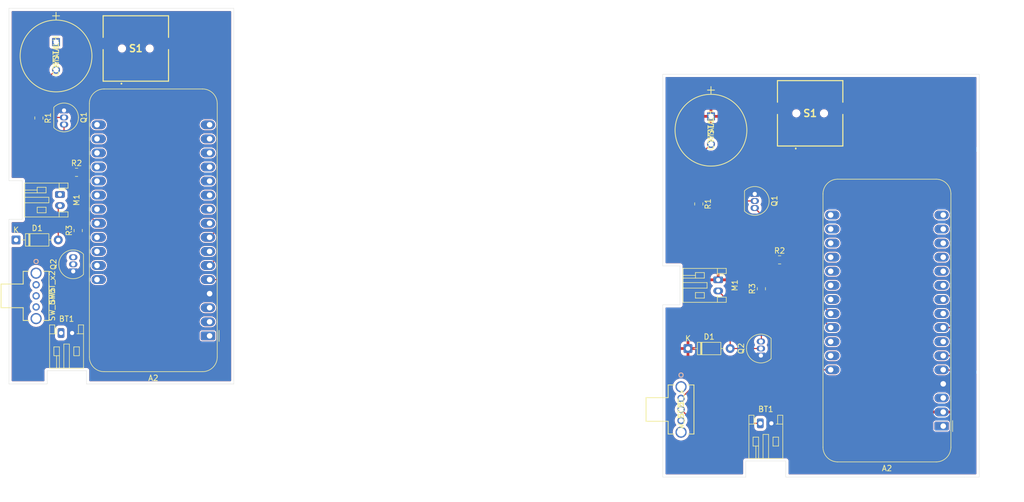
<source format=kicad_pcb>
(kicad_pcb (version 20241229) (generator "pcbnew") (generator_version "9.0")
  (layers (0 "F.Cu" signal) (2 "B.Cu" signal) (13 "F.Paste" user) (15 "B.Paste" user) (5 "F.SilkS" user "F.Silkscreen") (7 "B.SilkS" user "B.Silkscreen") (1 "F.Mask" user) (3 "B.Mask" user) (25 "Edge.Cuts" user))
  (net 0 "")
  (net 1 "LoRa_CS")
  (net 3 "Display_SDA")
  (net 4 "LoRa_RST")
  (net 5 "LoRa_IRQ")
  (net 9 "Display_SCL")
  (net 10 "Net-(A2-12)")
  (net 11 "LoRa_DIO1")
  (net 15 "Net-(A2-13)")
  (net 18 "Net-(A2-VBAT)")
  (net 20 "Net-(A2-A3)")
  (net 23 "Net-(A2-A1)")
  (net 25 "Net-(A2-A0)")
  (net 26 "+3V3")
  (net 27 "GND")
  (net 28 "LoRa_DIO2")
  (net 29 "Net-(BT1-+)")
  (net 30 "Net-(D1-A)")
  (net 31 "Net-(Q1-B)")
  (net 32 "Net-(Q1-C)")
  (net 33 "Net-(Q2-B)")
  (footprint "Package_TO_SOT_THT:TO-92_Inline" (layer "F.Cu") (at 215.21 108.97 90)
    (property "Reference" "Q2" (at 1.27 -3.56 90) (layer "F.SilkS"))
    (property "Value" "2SC1815")
    (fp_line (start -0.53 1.85) (end 3.07 1.85) (stroke (width 0.12)) (layer "F.SilkS"))
    (fp_arc (start 1.27 -2.6) (mid 3.672087 -0.994977) (end 3.108478 1.838478) (stroke (width 0.12)) (layer "F.SilkS"))
    (fp_arc (start -0.568478 1.838478) (mid -1.132087 -0.994977) (end 1.27 -2.6) (stroke (width 0.12)) (layer "F.SilkS"))
    (pad "1" thru_hole rect (at 0 0 90) (size 1.05 1.5) (drill 0.75) (layers "*.Cu" "*.Mask") (net 27 "GND"))
    (pad "2" thru_hole oval (at 1.27 0 90) (size 1.05 1.5) (drill 0.75) (layers "*.Cu" "*.Mask") (net 30 "Net-(D1-A)"))
    (pad "3" thru_hole oval (at 2.54 0 90) (size 1.05 1.5) (drill 0.75) (layers "*.Cu" "*.Mask") (net 33 "Net-(Q2-B)"))
  )
  (footprint "SenseMate_sw_fp:COM08184" (layer "F.Cu") (at 102.4 53.55)
    (property "Reference" "S1" (at 0 0 0) (layer "F.SilkS") (effects (font (size 1.27 1.27) (thickness 0.254))))
    (property "Value" "COM-08184" (hide yes))
    (fp_line (start -5.9 -5.9) (end 5.9 -5.9) (stroke (width 0.2)) (layer "F.SilkS"))
    (fp_line (start -5.9 -2) (end -5.9 -5.9) (stroke (width 0.2)) (layer "F.SilkS"))
    (fp_line (start -5.9 5.9) (end -5.9 0.2) (stroke (width 0.2)) (layer "F.SilkS"))
    (fp_line (start -2.6 6.3) (end -2.6 6.3) (stroke (width 0.2)) (layer "F.SilkS"))
    (fp_line (start -2.6 6.4) (end -2.6 6.4) (stroke (width 0.2)) (layer "F.SilkS"))
    (fp_line (start -2.6 6.4) (end -2.6 6.4) (stroke (width 0.2)) (layer "F.SilkS"))
    (fp_line (start 5.9 -5.9) (end 5.9 -2) (stroke (width 0.2)) (layer "F.SilkS"))
    (fp_line (start 5.9 0.2) (end 5.9 5.9) (stroke (width 0.2)) (layer "F.SilkS"))
    (fp_line (start 5.9 5.9) (end -5.9 5.9) (stroke (width 0.2)) (layer "F.SilkS"))
    (fp_arc (start -2.6 6.3) (mid -2.55 6.35) (end -2.6 6.4) (stroke (width 0.2)) (layer "F.SilkS"))
    (fp_arc (start -2.6 6.3) (mid -2.55 6.35) (end -2.6 6.4) (stroke (width 0.2)) (layer "F.SilkS"))
    (fp_arc (start -2.6 6.4) (mid -2.65 6.35) (end -2.6 6.3) (stroke (width 0.2)) (layer "F.SilkS"))
    (pad "" np_thru_hole circle (at -2.5 0) (size 1 1) (drill 1) (layers "*.Cu" "*.Mask"))
    (pad "" np_thru_hole circle (at 2.5 0) (size 1 1) (drill 1) (layers "*.Cu" "*.Mask"))
    (pad "1" smd rect (at -2.525 4.2 90) (size 2.6 1.95) (layers "F.Cu" "F.Mask" "F.Paste") (net 20 "Net-(A2-A3)"))
    (pad "2" smd rect (at 2.5 4.2 90) (size 2.6 1.9) (layers "F.Cu" "F.Mask" "F.Paste") (net 25 "Net-(A2-A0)"))
    (pad "MP1" smd rect (at -5.8 -0.85 90) (size 1.7 2.4) (layers "F.Cu" "F.Mask" "F.Paste") (net 27 "GND"))
    (pad "MP2" smd rect (at 5.8 -0.85 90) (size 1.7 2.4) (layers "F.Cu" "F.Mask" "F.Paste"))
    (pad "T1" smd rect (at 0 4.2 90) (size 2.6 1.9) (layers "F.Cu" "F.Mask" "F.Paste") (net 23 "Net-(A2-A1)"))
  )
  (footprint "Connector_JST:JST_PH_S2B-PH-K_1x02_P2.00mm_Horizontal" (layer "F.Cu") (at 207.5 95.3 -90)
    (property "Reference" "M1" (at 1 -3 90) (layer "F.SilkS"))
    (property "Value" "Motor_DC")
    (fp_line (start -2.06 6.36) (end 4.06 6.36) (stroke (width 0.12)) (layer "F.SilkS"))
    (fp_line (start 0.5 6.36) (end 0.5 2) (stroke (width 0.12)) (layer "F.SilkS"))
    (fp_line (start 4.06 6.36) (end 4.06 -1.46) (stroke (width 0.12)) (layer "F.SilkS"))
    (fp_line (start -1.3 4.1) (end -0.3 4.1) (stroke (width 0.12)) (layer "F.SilkS"))
    (fp_line (start -0.8 4.1) (end -0.8 6.36) (stroke (width 0.12)) (layer "F.SilkS"))
    (fp_line (start -0.3 4.1) (end -0.3 6.36) (stroke (width 0.12)) (layer "F.SilkS"))
    (fp_line (start -0.3 4.1) (end -0.3 2.5) (stroke (width 0.12)) (layer "F.SilkS"))
    (fp_line (start 2.3 4.1) (end 2.3 2.5) (stroke (width 0.12)) (layer "F.SilkS"))
    (fp_line (start 3.3 4.1) (end 2.3 4.1) (stroke (width 0.12)) (layer "F.SilkS"))
    (fp_line (start -1.3 2.5) (end -1.3 4.1) (stroke (width 0.12)) (layer "F.SilkS"))
    (fp_line (start -0.3 2.5) (end -1.3 2.5) (stroke (width 0.12)) (layer "F.SilkS"))
    (fp_line (start 2.3 2.5) (end 3.3 2.5) (stroke (width 0.12)) (layer "F.SilkS"))
    (fp_line (start 3.3 2.5) (end 3.3 4.1) (stroke (width 0.12)) (layer "F.SilkS"))
    (fp_line (start 0.5 2) (end 1.5 2) (stroke (width 0.12)) (layer "F.SilkS"))
    (fp_line (start 1.5 2) (end 1.5 6.36) (stroke (width 0.12)) (layer "F.SilkS"))
    (fp_line (start -2.06 0.14) (end -1.14 0.14) (stroke (width 0.12)) (layer "F.SilkS"))
    (fp_line (start -1.14 0.14) (end -1.14 -1.46) (stroke (width 0.12)) (layer "F.SilkS"))
    (fp_line (start -0.86 0.14) (end -1.14 0.14) (stroke (width 0.12)) (layer "F.SilkS"))
    (fp_line (start -0.86 0.14) (end -0.86 -1.075) (stroke (width 0.12)) (layer "F.SilkS"))
    (fp_line (start 3.14 0.14) (end 2.86 0.14) (stroke (width 0.12)) (layer "F.SilkS"))
    (fp_line (start 4.06 0.14) (end 3.14 0.14) (stroke (width 0.12)) (layer "F.SilkS"))
    (fp_line (start -2.06 -1.46) (end -2.06 6.36) (stroke (width 0.12)) (layer "F.SilkS"))
    (fp_line (start -1.14 -1.46) (end -2.06 -1.46) (stroke (width 0.12)) (layer "F.SilkS"))
    (fp_line (start 3.14 -1.46) (end 3.14 0.14) (stroke (width 0.12)) (layer "F.SilkS"))
    (fp_line (start 4.06 -1.46) (end 3.14 -1.46) (stroke (width 0.12)) (layer "F.SilkS"))
    (pad "1" thru_hole roundrect (at 0 0 270) (size 1.2 1.75) (drill 0.75) (layers "*.Cu" "*.Mask") (roundrect_rratio 0.208333) (net 26 "+3V3"))
    (pad "2" thru_hole oval (at 2 0 270) (size 1.2 1.75) (drill 0.75) (layers "*.Cu" "*.Mask") (net 30 "Net-(D1-A)"))
  )
  (footprint "Resistor_SMD:R_0805_2012Metric" (layer "F.Cu") (at 92 86.4125 90)
    (property "Reference" "R3" (at 0 -1.65 90) (layer "F.SilkS"))
    (property "Value" "R")
    (fp_line (start -0.227064 -0.735) (end 0.227064 -0.735) (stroke (width 0.12)) (layer "F.SilkS"))
    (fp_line (start -0.227064 0.735) (end 0.227064 0.735) (stroke (width 0.12)) (layer "F.SilkS"))
    (pad "1" smd roundrect (at -0.9125 0 90) (size 1.025 1.4) (layers "F.Cu" "F.Mask" "F.Paste") (roundrect_rratio 0.243902) (net 33 "Net-(Q2-B)"))
    (pad "2" smd roundrect (at 0.9125 0 90) (size 1.025 1.4) (layers "F.Cu" "F.Mask" "F.Paste") (roundrect_rratio 0.243902) (net 15 "Net-(A2-13)"))
  )
  (footprint "Diode_THT:D_DO-35_SOD27_P7.62mm_Horizontal" (layer "F.Cu") (at 80.78 88.1)
    (property "Reference" "D1" (at 3.82 -2.12 0) (layer "F.SilkS"))
    (property "Value" "1N4148")
    (fp_line (start 1.04 0) (end 1.69 0) (stroke (width 0.12)) (layer "F.SilkS"))
    (fp_line (start 2.29 -1.12) (end 2.29 1.12) (stroke (width 0.12)) (layer "F.SilkS"))
    (fp_line (start 2.41 -1.12) (end 2.41 1.12) (stroke (width 0.12)) (layer "F.SilkS"))
    (fp_line (start 2.53 -1.12) (end 2.53 1.12) (stroke (width 0.12)) (layer "F.SilkS"))
    (fp_line (start 6.58 0) (end 5.93 0) (stroke (width 0.12)) (layer "F.SilkS"))
    (fp_rect (start 1.69 -1.12) (end 5.93 1.12) (stroke (width 0.12)) (fill no) (layer "F.SilkS"))
    (fp_text user "K" (at 0.01 -1.8 0) (layer "F.SilkS"))
    (pad "1" thru_hole roundrect (at 0 0) (size 1.6 1.6) (drill 0.8) (layers "*.Cu" "*.Mask") (roundrect_rratio 0.15625) (net 26 "+3V3"))
    (pad "2" thru_hole circle (at 7.62 0) (size 1.6 1.6) (drill 0.8) (layers "*.Cu" "*.Mask") (net 30 "Net-(D1-A)"))
  )
  (footprint "Connector_JST:JST_PH_S2B-PH-K_1x02_P2.00mm_Horizontal" (layer "F.Cu") (at 215.1 121.2)
    (property "Reference" "BT1" (at 1 -2.55 0) (layer "F.SilkS"))
    (property "Value" "Battery")
    (fp_line (start -2.06 -1.46) (end -2.06 6.36) (stroke (width 0.12)) (layer "F.SilkS"))
    (fp_line (start -2.06 0.14) (end -1.14 0.14) (stroke (width 0.12)) (layer "F.SilkS"))
    (fp_line (start -2.06 6.36) (end 4.06 6.36) (stroke (width 0.12)) (layer "F.SilkS"))
    (fp_line (start -1.3 2.5) (end -1.3 4.1) (stroke (width 0.12)) (layer "F.SilkS"))
    (fp_line (start -1.3 4.1) (end -0.3 4.1) (stroke (width 0.12)) (layer "F.SilkS"))
    (fp_line (start -1.14 -1.46) (end -2.06 -1.46) (stroke (width 0.12)) (layer "F.SilkS"))
    (fp_line (start -1.14 0.14) (end -1.14 -1.46) (stroke (width 0.12)) (layer "F.SilkS"))
    (fp_line (start -0.86 0.14) (end -1.14 0.14) (stroke (width 0.12)) (layer "F.SilkS"))
    (fp_line (start -0.86 0.14) (end -0.86 -1.075) (stroke (width 0.12)) (layer "F.SilkS"))
    (fp_line (start -0.8 4.1) (end -0.8 6.36) (stroke (width 0.12)) (layer "F.SilkS"))
    (fp_line (start -0.3 2.5) (end -1.3 2.5) (stroke (width 0.12)) (layer "F.SilkS"))
    (fp_line (start -0.3 4.1) (end -0.3 2.5) (stroke (width 0.12)) (layer "F.SilkS"))
    (fp_line (start -0.3 4.1) (end -0.3 6.36) (stroke (width 0.12)) (layer "F.SilkS"))
    (fp_line (start 0.5 2) (end 1.5 2) (stroke (width 0.12)) (layer "F.SilkS"))
    (fp_line (start 0.5 6.36) (end 0.5 2) (stroke (width 0.12)) (layer "F.SilkS"))
    (fp_line (start 1.5 2) (end 1.5 6.36) (stroke (width 0.12)) (layer "F.SilkS"))
    (fp_line (start 2.3 2.5) (end 3.3 2.5) (stroke (width 0.12)) (layer "F.SilkS"))
    (fp_line (start 2.3 4.1) (end 2.3 2.5) (stroke (width 0.12)) (layer "F.SilkS"))
    (fp_line (start 3.14 -1.46) (end 3.14 0.14) (stroke (width 0.12)) (layer "F.SilkS"))
    (fp_line (start 3.14 0.14) (end 2.86 0.14) (stroke (width 0.12)) (layer "F.SilkS"))
    (fp_line (start 3.3 2.5) (end 3.3 4.1) (stroke (width 0.12)) (layer "F.SilkS"))
    (fp_line (start 3.3 4.1) (end 2.3 4.1) (stroke (width 0.12)) (layer "F.SilkS"))
    (fp_line (start 4.06 -1.46) (end 3.14 -1.46) (stroke (width 0.12)) (layer "F.SilkS"))
    (fp_line (start 4.06 0.14) (end 3.14 0.14) (stroke (width 0.12)) (layer "F.SilkS"))
    (fp_line (start 4.06 6.36) (end 4.06 -1.46) (stroke (width 0.12)) (layer "F.SilkS"))
    (pad "1" thru_hole roundrect (at 0 0) (size 1.2 1.75) (drill 0.75) (layers "*.Cu" "*.Mask") (roundrect_rratio 0.208333) (net 29 "Net-(BT1-+)"))
    (pad "2" thru_hole oval (at 2 0) (size 1.2 1.75) (drill 0.75) (layers "*.Cu" "*.Mask") (net 27 "GND"))
  )
  (footprint "SenseMate_Pwr_Button_:OS102011MA1QN1" (layer "F.Cu") (at 84.4 96.199999 -90)
    (property "Reference" "SW5" (at 1.982999 -2.8961 90) (layer "F.SilkS"))
    (property "Value" "SW_DPDT_x2" (at 1.982999 -2.8961 90) (layer "F.SilkS"))
    (fp_line (start -0.1336 6.3119) (end 4.1336 6.3119) (stroke (width 0.1524)) (layer "F.SilkS"))
    (fp_line (start 4.1336 6.3119) (end 4.1336 2.3241) (stroke (width 0.1524)) (layer "F.SilkS"))
    (fp_line (start -2.4323 2.3241) (end -0.1336 2.3241) (stroke (width 0.1524)) (layer "F.SilkS"))
    (fp_line (start -0.1336 2.3241) (end -0.1336 6.3119) (stroke (width 0.1524)) (layer "F.SilkS"))
    (fp_line (start 4.1336 2.3241) (end 6.4323 2.3241) (stroke (width 0.1524)) (layer "F.SilkS"))
    (fp_line (start 6.4323 2.3241) (end 6.4323 1.294055) (stroke (width 0.1524)) (layer "F.SilkS"))
    (fp_line (start -2.4323 1.294055) (end -2.4323 2.3241) (stroke (width 0.1524)) (layer "F.SilkS"))
    (fp_line (start 6.4323 -1.294055) (end 6.4323 -2.3241) (stroke (width 0.1524)) (layer "F.SilkS"))
    (fp_line (start -2.4323 -2.3241) (end -2.4323 -1.294055) (stroke (width 0.1524)) (layer "F.SilkS"))
    (fp_line (start 6.4323 -2.3241) (end -2.4323 -2.3241) (stroke (width 0.1524)) (layer "F.SilkS"))
    (fp_circle (center -4.2103 0) (end -3.8293 0) (stroke (width 0.1524)) (fill no) (layer "F.SilkS"))
    (fp_circle (center -4.2103 0) (end -3.8293 0) (stroke (width 0.1524)) (fill no) (layer "B.SilkS"))
    (pad "1" thru_hole circle (at 0 0 270) (size 1.3208 1.3208) (drill 0.8128) (layers "*.Cu" "*.Mask") (net 18 "Net-(A2-VBAT)"))
    (pad "2" thru_hole circle (at 2 0 270) (size 1.3208 1.3208) (drill 0.8128) (layers "*.Cu" "*.Mask") (net 29 "Net-(BT1-+)"))
    (pad "3" thru_hole circle (at 4.000001 0 270) (size 1.3208 1.3208) (drill 0.8128) (layers "*.Cu" "*.Mask"))
    (pad "4" thru_hole circle (at -2.099999 0 270) (size 2.0066 2.0066) (drill 1.4986) (layers "*.Cu" "*.Mask"))
    (pad "5" thru_hole circle (at 6.099999 0 270) (size 2.0066 2.0066) (drill 1.4986) (layers "*.Cu" "*.Mask"))
  )
  (footprint "Resistor_SMD:R_0805_2012Metric" (layer "F.Cu") (at 84.9 66.1 -90)
    (property "Reference" "R1" (at 0 -1.65 90) (layer "F.SilkS"))
    (property "Value" "R")
    (fp_line (start -0.227064 0.735) (end 0.227064 0.735) (stroke (width 0.12)) (layer "F.SilkS"))
    (fp_line (start -0.227064 -0.735) (end 0.227064 -0.735) (stroke (width 0.12)) (layer "F.SilkS"))
    (pad "1" smd roundrect (at -0.9125 0 270) (size 1.025 1.4) (layers "F.Cu" "F.Mask" "F.Paste") (roundrect_rratio 0.243902) (net 32 "Net-(Q1-C)"))
    (pad "2" smd roundrect (at 0.9125 0 270) (size 1.025 1.4) (layers "F.Cu" "F.Mask" "F.Paste") (roundrect_rratio 0.243902) (net 26 "+3V3"))
  )
  (footprint "SenseMate_sw_fp:COM08184" (layer "F.Cu") (at 224.1 65.25)
    (property "Reference" "S1" (at 0 0 0) (layer "F.SilkS") (effects (font (size 1.27 1.27) (thickness 0.254))))
    (property "Value" "COM-08184" (hide yes))
    (fp_line (start -5.9 -5.9) (end 5.9 -5.9) (stroke (width 0.2)) (layer "F.SilkS"))
    (fp_line (start -5.9 -2) (end -5.9 -5.9) (stroke (width 0.2)) (layer "F.SilkS"))
    (fp_line (start -5.9 5.9) (end -5.9 0.2) (stroke (width 0.2)) (layer "F.SilkS"))
    (fp_line (start -2.6 6.3) (end -2.6 6.3) (stroke (width 0.2)) (layer "F.SilkS"))
    (fp_line (start -2.6 6.4) (end -2.6 6.4) (stroke (width 0.2)) (layer "F.SilkS"))
    (fp_line (start -2.6 6.4) (end -2.6 6.4) (stroke (width 0.2)) (layer "F.SilkS"))
    (fp_line (start 5.9 -5.9) (end 5.9 -2) (stroke (width 0.2)) (layer "F.SilkS"))
    (fp_line (start 5.9 0.2) (end 5.9 5.9) (stroke (width 0.2)) (layer "F.SilkS"))
    (fp_line (start 5.9 5.9) (end -5.9 5.9) (stroke (width 0.2)) (layer "F.SilkS"))
    (fp_arc (start -2.6 6.3) (mid -2.55 6.35) (end -2.6 6.4) (stroke (width 0.2)) (layer "F.SilkS"))
    (fp_arc (start -2.6 6.3) (mid -2.55 6.35) (end -2.6 6.4) (stroke (width 0.2)) (layer "F.SilkS"))
    (fp_arc (start -2.6 6.4) (mid -2.65 6.35) (end -2.6 6.3) (stroke (width 0.2)) (layer "F.SilkS"))
    (pad "" np_thru_hole circle (at -2.5 0) (size 1 1) (drill 1) (layers "*.Cu" "*.Mask"))
    (pad "" np_thru_hole circle (at 2.5 0) (size 1 1) (drill 1) (layers "*.Cu" "*.Mask"))
    (pad "1" smd rect (at -2.525 4.2 90) (size 2.6 1.95) (layers "F.Cu" "F.Mask" "F.Paste") (net 20 "Net-(A2-A3)"))
    (pad "2" smd rect (at 2.5 4.2 90) (size 2.6 1.9) (layers "F.Cu" "F.Mask" "F.Paste") (net 25 "Net-(A2-A0)"))
    (pad "MP1" smd rect (at -5.8 -0.85 90) (size 1.7 2.4) (layers "F.Cu" "F.Mask" "F.Paste") (net 27 "GND"))
    (pad "MP2" smd rect (at 5.8 -0.85 90) (size 1.7 2.4) (layers "F.Cu" "F.Mask" "F.Paste"))
    (pad "T1" smd rect (at 0 4.2 90) (size 2.6 1.9) (layers "F.Cu" "F.Mask" "F.Paste") (net 23 "Net-(A2-A1)"))
  )
  (footprint "SenseMateLibrary:Adafruit_Feather_Sense" (layer "F.Cu") (at 248.12 121.7 180)
    (property "Reference" "A2" (at 10.16 -7.62 0) (layer "F.SilkS"))
    (property "Value" "Adafruit_Feather_Generic")
    (fp_line (start 21.7 -3.81) (end 21.7 41.91) (stroke (width 0.12)) (layer "F.SilkS"))
    (fp_line (start 19.05 44.56) (end 1.27 44.56) (stroke (width 0.12)) (layer "F.SilkS"))
    (fp_line (start 19.05 -6.46) (end 1.27 -6.46) (stroke (width 0.12)) (layer "F.SilkS"))
    (fp_line (start -1.38 -3.81) (end -1.38 41.91) (stroke (width 0.12)) (layer "F.SilkS"))
    (fp_line (start -1.7 1) (end -1.7 -1) (stroke (width 0.12)) (layer "F.SilkS"))
    (fp_arc (start 21.7 41.91) (mid 20.923833 43.783833) (end 19.05 44.56) (stroke (width 0.12)) (layer "F.SilkS"))
    (fp_arc (start 19.05 -6.46) (mid 20.923833 -5.683833) (end 21.7 -3.81) (stroke (width 0.12)) (layer "F.SilkS"))
    (fp_arc (start 1.27 44.56) (mid -0.603833 43.783833) (end -1.38 41.91) (stroke (width 0.12)) (layer "F.SilkS"))
    (fp_arc (start -1.38 -3.81) (mid -0.603833 -5.683833) (end 1.27 -6.46) (stroke (width 0.12)) (layer "F.SilkS"))
    (pad "1" thru_hole roundrect (at 0 0 180) (size 2.6 1.6) (drill 1 (offset 0.3 0)) (layers "*.Cu" "*.Mask") (roundrect_rratio 0.15625))
    (pad "2" thru_hole oval (at 0 2.54 180) (size 2.6 1.6) (drill 1 (offset 0.3 0)) (layers "*.Cu" "*.Mask") (net 26 "+3V3"))
    (pad "3" thru_hole oval (at 0 5.08 180) (size 2.6 1.6) (drill 1 (offset 0.3 0)) (layers "*.Cu" "*.Mask"))
    (pad "4" thru_hole oval (at 0 7.62 180) (size 2.6 1.6) (drill 1 (offset 0.3 0)) (layers "*.Cu" "*.Mask") (net 27 "GND"))
    (pad "5" thru_hole oval (at 0 10.16 180) (size 2.6 1.6) (drill 1 (offset 0.3 0)) (layers "*.Cu" "*.Mask") (net 25 "Net-(A2-A0)"))
    (pad "6" thru_hole oval (at 0 12.7 180) (size 2.6 1.6) (drill 1 (offset 0.3 0)) (layers "*.Cu" "*.Mask") (net 23 "Net-(A2-A1)"))
    (pad "7" thru_hole oval (at 0 15.24 180) (size 2.6 1.6) (drill 1 (offset 0.3 0)) (layers "*.Cu" "*.Mask"))
    (pad "8" thru_hole oval (at 0 17.78 180) (size 2.6 1.6) (drill 1 (offset 0.3 0)) (layers "*.Cu" "*.Mask") (net 20 "Net-(A2-A3)"))
    (pad "9" thru_hole oval (at 0 20.32 180) (size 2.6 1.6) (drill 1 (offset 0.3 0)) (layers "*.Cu" "*.Mask"))
    (pad "10" thru_hole oval (at 0 22.86 180) (size 2.6 1.6) (drill 1 (offset 0.3 0)) (layers "*.Cu" "*.Mask"))
    (pad "11" thru_hole oval (at 0 25.4 180) (size 2.6 1.6) (drill 1 (offset 0.3 0)) (layers "*.Cu" "*.Mask"))
    (pad "12" thru_hole oval (at 0 27.94 180) (size 2.6 1.6) (drill 1 (offset 0.3 0)) (layers "*.Cu" "*.Mask"))
    (pad "13" thru_hole oval (at 0 30.48 180) (size 2.6 1.6) (drill 1 (offset 0.3 0)) (layers "*.Cu" "*.Mask"))
    (pad "14" thru_hole oval (at 0 33.02 180) (size 2.6 1.6) (drill 1 (offset 0.3 0)) (layers "*.Cu" "*.Mask"))
    (pad "15" thru_hole oval (at 0 35.56 180) (size 2.6 1.6) (drill 1 (offset 0.3 0)) (layers "*.Cu" "*.Mask"))
    (pad "16" thru_hole oval (at 0 38.1 180) (size 2.6 1.6) (drill 1 (offset 0.3 0)) (layers "*.Cu" "*.Mask"))
    (pad "17" thru_hole oval (at 20.32 38.1) (size 2.6 1.6) (drill 1 (offset 0.3 0)) (layers "*.Cu" "*.Mask") (net 3 "Display_SDA"))
    (pad "18" thru_hole oval (at 20.32 35.56) (size 2.6 1.6) (drill 1 (offset 0.3 0)) (layers "*.Cu" "*.Mask") (net 9 "Display_SCL"))
    (pad "19" thru_hole oval (at 20.32 33.02) (size 2.6 1.6) (drill 1 (offset 0.3 0)) (layers "*.Cu" "*.Mask") (net 11 "LoRa_DIO1"))
    (pad "20" thru_hole oval (at 20.32 30.48) (size 2.6 1.6) (drill 1 (offset 0.3 0)) (layers "*.Cu" "*.Mask") (net 28 "LoRa_DIO2"))
    (pad "21" thru_hole oval (at 20.32 27.94) (size 2.6 1.6) (drill 1 (offset 0.3 0)) (layers "*.Cu" "*.Mask") (net 4 "LoRa_RST"))
    (pad "22" thru_hole oval (at 20.32 25.4) (size 2.6 1.6) (drill 1 (offset 0.3 0)) (layers "*.Cu" "*.Mask") (net 1 "LoRa_CS"))
    (pad "23" thru_hole oval (at 20.32 22.86) (size 2.6 1.6) (drill 1 (offset 0.3 0)) (layers "*.Cu" "*.Mask") (net 5 "LoRa_IRQ"))
    (pad "24" thru_hole oval (at 20.32 20.32) (size 2.6 1.6) (drill 1 (offset 0.3 0)) (layers "*.Cu" "*.Mask") (net 10 "Net-(A2-12)"))
    (pad "25" thru_hole oval (at 20.32 17.78) (size 2.6 1.6) (drill 1 (offset 0.3 0)) (layers "*.Cu" "*.Mask") (net 15 "Net-(A2-13)"))
    (pad "26" thru_hole oval (at 20.32 15.24) (size 2.6 1.6) (drill 1 (offset 0.3 0)) (layers "*.Cu" "*.Mask"))
    (pad "27" thru_hole oval (at 20.32 12.7) (size 2.6 1.6) (drill 1 (offset 0.3 0)) (layers "*.Cu" "*.Mask"))
    (pad "28" thru_hole oval (at 20.32 10.16) (size 2.6 1.6) (drill 1 (offset 0.3 0)) (layers "*.Cu" "*.Mask") (net 18 "Net-(A2-VBAT)"))
  )
  (footprint "SenseMateLibrary:Adafruit_Feather_Sense" (layer "F.Cu") (at 115.7139 105.417001 180)
    (property "Reference" "A2" (at 10.16 -7.62 0) (layer "F.SilkS"))
    (property "Value" "Adafruit_Feather_Generic")
    (fp_line (start 21.7 -3.81) (end 21.7 41.91) (stroke (width 0.12)) (layer "F.SilkS"))
    (fp_line (start 19.05 44.56) (end 1.27 44.56) (stroke (width 0.12)) (layer "F.SilkS"))
    (fp_line (start 19.05 -6.46) (end 1.27 -6.46) (stroke (width 0.12)) (layer "F.SilkS"))
    (fp_line (start -1.38 -3.81) (end -1.38 41.91) (stroke (width 0.12)) (layer "F.SilkS"))
    (fp_line (start -1.7 1) (end -1.7 -1) (stroke (width 0.12)) (layer "F.SilkS"))
    (fp_arc (start 21.7 41.91) (mid 20.923833 43.783833) (end 19.05 44.56) (stroke (width 0.12)) (layer "F.SilkS"))
    (fp_arc (start 19.05 -6.46) (mid 20.923833 -5.683833) (end 21.7 -3.81) (stroke (width 0.12)) (layer "F.SilkS"))
    (fp_arc (start 1.27 44.56) (mid -0.603833 43.783833) (end -1.38 41.91) (stroke (width 0.12)) (layer "F.SilkS"))
    (fp_arc (start -1.38 -3.81) (mid -0.603833 -5.683833) (end 1.27 -6.46) (stroke (width 0.12)) (layer "F.SilkS"))
    (pad "1" thru_hole roundrect (at 0 0 180) (size 2.6 1.6) (drill 1 (offset 0.3 0)) (layers "*.Cu" "*.Mask") (roundrect_rratio 0.15625))
    (pad "2" thru_hole oval (at 0 2.54 180) (size 2.6 1.6) (drill 1 (offset 0.3 0)) (layers "*.Cu" "*.Mask") (net 26 "+3V3"))
    (pad "3" thru_hole oval (at 0 5.08 180) (size 2.6 1.6) (drill 1 (offset 0.3 0)) (layers "*.Cu" "*.Mask"))
    (pad "4" thru_hole oval (at 0 7.62 180) (size 2.6 1.6) (drill 1 (offset 0.3 0)) (layers "*.Cu" "*.Mask") (net 27 "GND"))
    (pad "5" thru_hole oval (at 0 10.16 180) (size 2.6 1.6) (drill 1 (offset 0.3 0)) (layers "*.Cu" "*.Mask") (net 25 "Net-(A2-A0)"))
    (pad "6" thru_hole oval (at 0 12.7 180) (size 2.6 1.6) (drill 1 (offset 0.3 0)) (layers "*.Cu" "*.Mask") (net 23 "Net-(A2-A1)"))
    (pad "7" thru_hole oval (at 0 15.24 180) (size 2.6 1.6) (drill 1 (offset 0.3 0)) (layers "*.Cu" "*.Mask"))
    (pad "8" thru_hole oval (at 0 17.78 180) (size 2.6 1.6) (drill 1 (offset 0.3 0)) (layers "*.Cu" "*.Mask") (net 20 "Net-(A2-A3)"))
    (pad "9" thru_hole oval (at 0 20.32 180) (size 2.6 1.6) (drill 1 (offset 0.3 0)) (layers "*.Cu" "*.Mask"))
    (pad "10" thru_hole oval (at 0 22.86 180) (size 2.6 1.6) (drill 1 (offset 0.3 0)) (layers "*.Cu" "*.Mask"))
    (pad "11" thru_hole oval (at 0 25.4 180) (size 2.6 1.6) (drill 1 (offset 0.3 0)) (layers "*.Cu" "*.Mask"))
    (pad "12" thru_hole oval (at 0 27.94 180) (size 2.6 1.6) (drill 1 (offset 0.3 0)) (layers "*.Cu" "*.Mask"))
    (pad "13" thru_hole oval (at 0 30.48 180) (size 2.6 1.6) (drill 1 (offset 0.3 0)) (layers "*.Cu" "*.Mask"))
    (pad "14" thru_hole oval (at 0 33.02 180) (size 2.6 1.6) (drill 1 (offset 0.3 0)) (layers "*.Cu" "*.Mask"))
    (pad "15" thru_hole oval (at 0 35.56 180) (size 2.6 1.6) (drill 1 (offset 0.3 0)) (layers "*.Cu" "*.Mask"))
    (pad "16" thru_hole oval (at 0 38.1 180) (size 2.6 1.6) (drill 1 (offset 0.3 0)) (layers "*.Cu" "*.Mask"))
    (pad "17" thru_hole oval (at 20.32 38.1) (size 2.6 1.6) (drill 1 (offset 0.3 0)) (layers "*.Cu" "*.Mask") (net 3 "Display_SDA"))
    (pad "18" thru_hole oval (at 20.32 35.56) (size 2.6 1.6) (drill 1 (offset 0.3 0)) (layers "*.Cu" "*.Mask") (net 9 "Display_SCL"))
    (pad "19" thru_hole oval (at 20.32 33.02) (size 2.6 1.6) (drill 1 (offset 0.3 0)) (layers "*.Cu" "*.Mask") (net 11 "LoRa_DIO1"))
    (pad "20" thru_hole oval (at 20.32 30.48) (size 2.6 1.6) (drill 1 (offset 0.3 0)) (layers "*.Cu" "*.Mask") (net 28 "LoRa_DIO2"))
    (pad "21" thru_hole oval (at 20.32 27.94) (size 2.6 1.6) (drill 1 (offset 0.3 0)) (layers "*.Cu" "*.Mask") (net 4 "LoRa_RST"))
    (pad "22" thru_hole oval (at 20.32 25.4) (size 2.6 1.6) (drill 1 (offset 0.3 0)) (layers "*.Cu" "*.Mask") (net 1 "LoRa_CS"))
    (pad "23" thru_hole oval (at 20.32 22.86) (size 2.6 1.6) (drill 1 (offset 0.3 0)) (layers "*.Cu" "*.Mask") (net 5 "LoRa_IRQ"))
    (pad "24" thru_hole oval (at 20.32 20.32) (size 2.6 1.6) (drill 1 (offset 0.3 0)) (layers "*.Cu" "*.Mask") (net 10 "Net-(A2-12)"))
    (pad "25" thru_hole oval (at 20.32 17.78) (size 2.6 1.6) (drill 1 (offset 0.3 0)) (layers "*.Cu" "*.Mask") (net 15 "Net-(A2-13)"))
    (pad "26" thru_hole oval (at 20.32 15.24) (size 2.6 1.6) (drill 1 (offset 0.3 0)) (layers "*.Cu" "*.Mask"))
    (pad "27" thru_hole oval (at 20.32 12.7) (size 2.6 1.6) (drill 1 (offset 0.3 0)) (layers "*.Cu" "*.Mask"))
    (pad "28" thru_hole oval (at 20.32 10.16) (size 2.6 1.6) (drill 1 (offset 0.3 0)) (layers "*.Cu" "*.Mask") (net 18 "Net-(A2-VBAT)"))
  )
  (footprint "SenseMate_sound:PS1240P02BT" (layer "F.Cu") (at 206.2 65.8 -90)
    (property "Reference" "XTAL1" (at 2.5 0 90) (layer "F.SilkS"))
    (property "Value" "CRYSTALH" (at 2.5 0 90) (layer "F.SilkS"))
    (fp_line (start -5.374 0) (end -4.104 0) (stroke (width 0.1524)) (layer "F.SilkS"))
    (fp_line (start -4.739 -0.635) (end -4.739 0.635) (stroke (width 0.1524)) (layer "F.SilkS"))
    (fp_circle (center 2.5 0) (end 8.977 0) (stroke (width 0.1524)) (fill no) (layer "F.SilkS"))
    (pad "1" thru_hole rect (at 0 0 270) (size 1.4224 1.4224) (drill 0.9144) (layers "*.Cu" "*.Mask") (net 26 "+3V3"))
    (pad "2" thru_hole circle (at 5 0 270) (size 1.4224 1.4224) (drill 0.9144) (layers "*.Cu" "*.Mask") (net 32 "Net-(Q1-C)"))
  )
  (footprint "Connector_JST:JST_PH_S2B-PH-K_1x02_P2.00mm_Horizontal" (layer "F.Cu") (at 88.9 104.9)
    (property "Reference" "BT1" (at 1 -2.55 0) (layer "F.SilkS"))
    (property "Value" "Battery")
    (fp_line (start -2.06 -1.46) (end -2.06 6.36) (stroke (width 0.12)) (layer "F.SilkS"))
    (fp_line (start -2.06 0.14) (end -1.14 0.14) (stroke (width 0.12)) (layer "F.SilkS"))
    (fp_line (start -2.06 6.36) (end 4.06 6.36) (stroke (width 0.12)) (layer "F.SilkS"))
    (fp_line (start -1.3 2.5) (end -1.3 4.1) (stroke (width 0.12)) (layer "F.SilkS"))
    (fp_line (start -1.3 4.1) (end -0.3 4.1) (stroke (width 0.12)) (layer "F.SilkS"))
    (fp_line (start -1.14 -1.46) (end -2.06 -1.46) (stroke (width 0.12)) (layer "F.SilkS"))
    (fp_line (start -1.14 0.14) (end -1.14 -1.46) (stroke (width 0.12)) (layer "F.SilkS"))
    (fp_line (start -0.86 0.14) (end -1.14 0.14) (stroke (width 0.12)) (layer "F.SilkS"))
    (fp_line (start -0.86 0.14) (end -0.86 -1.075) (stroke (width 0.12)) (layer "F.SilkS"))
    (fp_line (start -0.8 4.1) (end -0.8 6.36) (stroke (width 0.12)) (layer "F.SilkS"))
    (fp_line (start -0.3 2.5) (end -1.3 2.5) (stroke (width 0.12)) (layer "F.SilkS"))
    (fp_line (start -0.3 4.1) (end -0.3 2.5) (stroke (width 0.12)) (layer "F.SilkS"))
    (fp_line (start -0.3 4.1) (end -0.3 6.36) (stroke (width 0.12)) (layer "F.SilkS"))
    (fp_line (start 0.5 2) (end 1.5 2) (stroke (width 0.12)) (layer "F.SilkS"))
    (fp_line (start 0.5 6.36) (end 0.5 2) (stroke (width 0.12)) (layer "F.SilkS"))
    (fp_line (start 1.5 2) (end 1.5 6.36) (stroke (width 0.12)) (layer "F.SilkS"))
    (fp_line (start 2.3 2.5) (end 3.3 2.5) (stroke (width 0.12)) (layer "F.SilkS"))
    (fp_line (start 2.3 4.1) (end 2.3 2.5) (stroke (width 0.12)) (layer "F.SilkS"))
    (fp_line (start 3.14 -1.46) (end 3.14 0.14) (stroke (width 0.12)) (layer "F.SilkS"))
    (fp_line (start 3.14 0.14) (end 2.86 0.14) (stroke (width 0.12)) (layer "F.SilkS"))
    (fp_line (start 3.3 2.5) (end 3.3 4.1) (stroke (width 0.12)) (layer "F.SilkS"))
    (fp_line (start 3.3 4.1) (end 2.3 4.1) (stroke (width 0.12)) (layer "F.SilkS"))
    (fp_line (start 4.06 -1.46) (end 3.14 -1.46) (stroke (width 0.12)) (layer "F.SilkS"))
    (fp_line (start 4.06 0.14) (end 3.14 0.14) (stroke (width 0.12)) (layer "F.SilkS"))
    (fp_line (start 4.06 6.36) (end 4.06 -1.46) (stroke (width 0.12)) (layer "F.SilkS"))
    (pad "1" thru_hole roundrect (at 0 0) (size 1.2 1.75) (drill 0.75) (layers "*.Cu" "*.Mask") (roundrect_rratio 0.208333) (net 29 "Net-(BT1-+)"))
    (pad "2" thru_hole oval (at 2 0) (size 1.2 1.75) (drill 0.75) (layers "*.Cu" "*.Mask") (net 27 "GND"))
  )
  (footprint "Diode_THT:D_DO-35_SOD27_P7.62mm_Horizontal" (layer "F.Cu") (at 202.05 107.7)
    (property "Reference" "D1" (at 3.82 -2.12 0) (layer "F.SilkS"))
    (property "Value" "1N4148")
    (fp_line (start 1.04 0) (end 1.69 0) (stroke (width 0.12)) (layer "F.SilkS"))
    (fp_line (start 2.29 -1.12) (end 2.29 1.12) (stroke (width 0.12)) (layer "F.SilkS"))
    (fp_line (start 2.41 -1.12) (end 2.41 1.12) (stroke (width 0.12)) (layer "F.SilkS"))
    (fp_line (start 2.53 -1.12) (end 2.53 1.12) (stroke (width 0.12)) (layer "F.SilkS"))
    (fp_line (start 6.58 0) (end 5.93 0) (stroke (width 0.12)) (layer "F.SilkS"))
    (fp_rect (start 1.69 -1.12) (end 5.93 1.12) (stroke (width 0.12)) (fill no) (layer "F.SilkS"))
    (fp_text user "K" (at 0.01 -1.8 0) (layer "F.SilkS"))
    (pad "1" thru_hole roundrect (at 0 0) (size 1.6 1.6) (drill 0.8) (layers "*.Cu" "*.Mask") (roundrect_rratio 0.15625) (net 26 "+3V3"))
    (pad "2" thru_hole circle (at 7.62 0) (size 1.6 1.6) (drill 0.8) (layers "*.Cu" "*.Mask") (net 30 "Net-(D1-A)"))
  )
  (footprint "Resistor_SMD:R_0805_2012Metric" (layer "F.Cu") (at 218.5875 91.7)
    (property "Reference" "R2" (at 0 -1.65 0) (layer "F.SilkS"))
    (property "Value" "R")
    (fp_line (start -0.227064 -0.735) (end 0.227064 -0.735) (stroke (width 0.12)) (layer "F.SilkS"))
    (fp_line (start -0.227064 0.735) (end 0.227064 0.735) (stroke (width 0.12)) (layer "F.SilkS"))
    (pad "1" smd roundrect (at -0.9125 0) (size 1.025 1.4) (layers "F.Cu" "F.Mask" "F.Paste") (roundrect_rratio 0.243902) (net 31 "Net-(Q1-B)"))
    (pad "2" smd roundrect (at 0.9125 0) (size 1.025 1.4) (layers "F.Cu" "F.Mask" "F.Paste") (roundrect_rratio 0.243902) (net 10 "Net-(A2-12)"))
  )
  (footprint "Resistor_SMD:R_0805_2012Metric" (layer "F.Cu") (at 204 81.6125 -90)
    (property "Reference" "R1" (at 0 -1.65 90) (layer "F.SilkS"))
    (property "Value" "R")
    (fp_line (start -0.227064 0.735) (end 0.227064 0.735) (stroke (width 0.12)) (layer "F.SilkS"))
    (fp_line (start -0.227064 -0.735) (end 0.227064 -0.735) (stroke (width 0.12)) (layer "F.SilkS"))
    (pad "1" smd roundrect (at -0.9125 0 270) (size 1.025 1.4) (layers "F.Cu" "F.Mask" "F.Paste") (roundrect_rratio 0.243902) (net 32 "Net-(Q1-C)"))
    (pad "2" smd roundrect (at 0.9125 0 270) (size 1.025 1.4) (layers "F.Cu" "F.Mask" "F.Paste") (roundrect_rratio 0.243902) (net 26 "+3V3"))
  )
  (footprint "Package_TO_SOT_THT:TO-92_Inline" (layer "F.Cu") (at 91.1 93.77 90)
    (property "Reference" "Q2" (at 1.27 -3.56 90) (layer "F.SilkS"))
    (property "Value" "2SC1815")
    (fp_line (start -0.53 1.85) (end 3.07 1.85) (stroke (width 0.12)) (layer "F.SilkS"))
    (fp_arc (start 1.27 -2.6) (mid 3.672087 -0.994977) (end 3.108478 1.838478) (stroke (width 0.12)) (layer "F.SilkS"))
    (fp_arc (start -0.568478 1.838478) (mid -1.132087 -0.994977) (end 1.27 -2.6) (stroke (width 0.12)) (layer "F.SilkS"))
    (pad "1" thru_hole rect (at 0 0 90) (size 1.05 1.5) (drill 0.75) (layers "*.Cu" "*.Mask") (net 27 "GND"))
    (pad "2" thru_hole oval (at 1.27 0 90) (size 1.05 1.5) (drill 0.75) (layers "*.Cu" "*.Mask") (net 30 "Net-(D1-A)"))
    (pad "3" thru_hole oval (at 2.54 0 90) (size 1.05 1.5) (drill 0.75) (layers "*.Cu" "*.Mask") (net 33 "Net-(Q2-B)"))
  )
  (footprint "Resistor_SMD:R_0805_2012Metric" (layer "F.Cu") (at 91.7 75.9)
    (property "Reference" "R2" (at 0 -1.65 0) (layer "F.SilkS"))
    (property "Value" "R")
    (fp_line (start -0.227064 -0.735) (end 0.227064 -0.735) (stroke (width 0.12)) (layer "F.SilkS"))
    (fp_line (start -0.227064 0.735) (end 0.227064 0.735) (stroke (width 0.12)) (layer "F.SilkS"))
    (pad "1" smd roundrect (at -0.9125 0) (size 1.025 1.4) (layers "F.Cu" "F.Mask" "F.Paste") (roundrect_rratio 0.243902) (net 31 "Net-(Q1-B)"))
    (pad "2" smd roundrect (at 0.9125 0) (size 1.025 1.4) (layers "F.Cu" "F.Mask" "F.Paste") (roundrect_rratio 0.243902) (net 10 "Net-(A2-12)"))
  )
  (footprint "Package_TO_SOT_THT:TO-92_Inline" (layer "F.Cu") (at 89.44 64.73 -90)
    (property "Reference" "Q1" (at 1.27 -3.56 90) (layer "F.SilkS"))
    (property "Value" "2SC1815")
    (fp_line (start -0.53 1.85) (end 3.07 1.85) (stroke (width 0.12)) (layer "F.SilkS"))
    (fp_arc (start -0.568478 1.838478) (mid -1.132087 -0.994977) (end 1.27 -2.6) (stroke (width 0.12)) (layer "F.SilkS"))
    (fp_arc (start 1.27 -2.6) (mid 3.672087 -0.994977) (end 3.108478 1.838478) (stroke (width 0.12)) (layer "F.SilkS"))
    (pad "1" thru_hole rect (at 0 0 270) (size 1.05 1.5) (drill 0.75) (layers "*.Cu" "*.Mask") (net 27 "GND"))
    (pad "2" thru_hole oval (at 1.27 0 270) (size 1.05 1.5) (drill 0.75) (layers "*.Cu" "*.Mask") (net 32 "Net-(Q1-C)"))
    (pad "3" thru_hole oval (at 2.54 0 270) (size 1.05 1.5) (drill 0.75) (layers "*.Cu" "*.Mask") (net 31 "Net-(Q1-B)"))
  )
  (footprint "Package_TO_SOT_THT:TO-92_Inline" (layer "F.Cu") (at 214.1 79.8 -90)
    (property "Reference" "Q1" (at 1.27 -3.56 90) (layer "F.SilkS"))
    (property "Value" "2SC1815")
    (fp_line (start -0.53 1.85) (end 3.07 1.85) (stroke (width 0.12)) (layer "F.SilkS"))
    (fp_arc (start -0.568478 1.838478) (mid -1.132087 -0.994977) (end 1.27 -2.6) (stroke (width 0.12)) (layer "F.SilkS"))
    (fp_arc (start 1.27 -2.6) (mid 3.672087 -0.994977) (end 3.108478 1.838478) (stroke (width 0.12)) (layer "F.SilkS"))
    (pad "1" thru_hole rect (at 0 0 270) (size 1.05 1.5) (drill 0.75) (layers "*.Cu" "*.Mask") (net 27 "GND"))
    (pad "2" thru_hole oval (at 1.27 0 270) (size 1.05 1.5) (drill 0.75) (layers "*.Cu" "*.Mask") (net 32 "Net-(Q1-C)"))
    (pad "3" thru_hole oval (at 2.54 0 270) (size 1.05 1.5) (drill 0.75) (layers "*.Cu" "*.Mask") (net 31 "Net-(Q1-B)"))
  )
  (footprint "SenseMate_Pwr_Button_:OS102011MA1QN1" (layer "F.Cu") (at 200.8 116.7 -90)
    (property "Reference" "SW5" (at 2 0 90) (layer "F.SilkS"))
    (property "Value" "SW_DPDT_x2" (at 2 0 90) (layer "F.SilkS"))
    (fp_line (start -0.1336 6.3119) (end 4.1336 6.3119) (stroke (width 0.1524)) (layer "F.SilkS"))
    (fp_line (start 4.1336 6.3119) (end 4.1336 2.3241) (stroke (width 0.1524)) (layer "F.SilkS"))
    (fp_line (start -2.4323 2.3241) (end -0.1336 2.3241) (stroke (width 0.1524)) (layer "F.SilkS"))
    (fp_line (start -0.1336 2.3241) (end -0.1336 6.3119) (stroke (width 0.1524)) (layer "F.SilkS"))
    (fp_line (start 4.1336 2.3241) (end 6.4323 2.3241) (stroke (width 0.1524)) (layer "F.SilkS"))
    (fp_line (start 6.4323 2.3241) (end 6.4323 1.294055) (stroke (width 0.1524)) (layer "F.SilkS"))
    (fp_line (start -2.4323 1.294055) (end -2.4323 2.3241) (stroke (width 0.1524)) (layer "F.SilkS"))
    (fp_line (start 6.4323 -1.294055) (end 6.4323 -2.3241) (stroke (width 0.1524)) (layer "F.SilkS"))
    (fp_line (start -2.4323 -2.3241) (end -2.4323 -1.294055) (stroke (width 0.1524)) (layer "F.SilkS"))
    (fp_line (start 6.4323 -2.3241) (end -2.4323 -2.3241) (stroke (width 0.1524)) (layer "F.SilkS"))
    (fp_circle (center -4.2103 0) (end -3.8293 0) (stroke (width 0.1524)) (fill no) (layer "F.SilkS"))
    (fp_circle (center -4.2103 0) (end -3.8293 0) (stroke (width 0.1524)) (fill no) (layer "B.SilkS"))
    (pad "1" thru_hole circle (at 0 0 270) (size 1.3208 1.3208) (drill 0.8128) (layers "*.Cu" "*.Mask") (net 18 "Net-(A2-VBAT)"))
    (pad "2" thru_hole circle (at 2 0 270) (size 1.3208 1.3208) (drill 0.8128) (layers "*.Cu" "*.Mask") (net 29 "Net-(BT1-+)"))
    (pad "3" thru_hole circle (at 4.000001 0 270) (size 1.3208 1.3208) (drill 0.8128) (layers "*.Cu" "*.Mask"))
    (pad "4" thru_hole circle (at -2.099999 0 270) (size 2.0066 2.0066) (drill 1.4986) (layers "*.Cu" "*.Mask"))
    (pad "5" thru_hole circle (at 6.099999 0 270) (size 2.0066 2.0066) (drill 1.4986) (layers "*.Cu" "*.Mask"))
  )
  (footprint "SenseMate_sound:PS1240P02BT" (layer "F.Cu") (at 88 52.4 -90)
    (property "Reference" "XTAL1" (at 2.5 0 90) (layer "F.SilkS"))
    (property "Value" "CRYSTALH" (at 2.5 0 90) (layer "F.SilkS"))
    (fp_line (start -5.374 0) (end -4.104 0) (stroke (width 0.1524)) (layer "F.SilkS"))
    (fp_line (start -4.739 -0.635) (end -4.739 0.635) (stroke (width 0.1524)) (layer "F.SilkS"))
    (fp_circle (center 2.5 0) (end 8.977 0) (stroke (width 0.1524)) (fill no) (layer "F.SilkS"))
    (pad "1" thru_hole rect (at 0 0 270) (size 1.4224 1.4224) (drill 0.9144) (layers "*.Cu" "*.Mask") (net 26 "+3V3"))
    (pad "2" thru_hole circle (at 5 0 270) (size 1.4224 1.4224) (drill 0.9144) (layers "*.Cu" "*.Mask") (net 32 "Net-(Q1-C)"))
  )
  (footprint "Resistor_SMD:R_0805_2012Metric" (layer "F.Cu") (at 215.3 96.9125 90)
    (property "Reference" "R3" (at 0 -1.65 90) (layer "F.SilkS"))
    (property "Value" "R")
    (fp_line (start -0.227064 -0.735) (end 0.227064 -0.735) (stroke (width 0.12)) (layer "F.SilkS"))
    (fp_line (start -0.227064 0.735) (end 0.227064 0.735) (stroke (width 0.12)) (layer "F.SilkS"))
    (pad "1" smd roundrect (at -0.9125 0 90) (size 1.025 1.4) (layers "F.Cu" "F.Mask" "F.Paste") (roundrect_rratio 0.243902) (net 33 "Net-(Q2-B)"))
    (pad "2" smd roundrect (at 0.9125 0 90) (size 1.025 1.4) (layers "F.Cu" "F.Mask" "F.Paste") (roundrect_rratio 0.243902) (net 15 "Net-(A2-13)"))
  )
  (footprint "Connector_JST:JST_PH_S2B-PH-K_1x02_P2.00mm_Horizontal" (layer "F.Cu") (at 88.7 79.9 -90)
    (property "Reference" "M1" (at 1 -3 90) (layer "F.SilkS"))
    (property "Value" "Motor_DC")
    (fp_line (start -2.06 6.36) (end 4.06 6.36) (stroke (width 0.12)) (layer "F.SilkS"))
    (fp_line (start 0.5 6.36) (end 0.5 2) (stroke (width 0.12)) (layer "F.SilkS"))
    (fp_line (start 4.06 6.36) (end 4.06 -1.46) (stroke (width 0.12)) (layer "F.SilkS"))
    (fp_line (start -1.3 4.1) (end -0.3 4.1) (stroke (width 0.12)) (layer "F.SilkS"))
    (fp_line (start -0.8 4.1) (end -0.8 6.36) (stroke (width 0.12)) (layer "F.SilkS"))
    (fp_line (start -0.3 4.1) (end -0.3 6.36) (stroke (width 0.12)) (layer "F.SilkS"))
    (fp_line (start -0.3 4.1) (end -0.3 2.5) (stroke (width 0.12)) (layer "F.SilkS"))
    (fp_line (start 2.3 4.1) (end 2.3 2.5) (stroke (width 0.12)) (layer "F.SilkS"))
    (fp_line (start 3.3 4.1) (end 2.3 4.1) (stroke (width 0.12)) (layer "F.SilkS"))
    (fp_line (start -1.3 2.5) (end -1.3 4.1) (stroke (width 0.12)) (layer "F.SilkS"))
    (fp_line (start -0.3 2.5) (end -1.3 2.5) (stroke (width 0.12)) (layer "F.SilkS"))
    (fp_line (start 2.3 2.5) (end 3.3 2.5) (stroke (width 0.12)) (layer "F.SilkS"))
    (fp_line (start 3.3 2.5) (end 3.3 4.1) (stroke (width 0.12)) (layer "F.SilkS"))
    (fp_line (start 0.5 2) (end 1.5 2) (stroke (width 0.12)) (layer "F.SilkS"))
    (fp_line (start 1.5 2) (end 1.5 6.36) (stroke (width 0.12)) (layer "F.SilkS"))
    (fp_line (start -2.06 0.14) (end -1.14 0.14) (stroke (width 0.12)) (layer "F.SilkS"))
    (fp_line (start -1.14 0.14) (end -1.14 -1.46) (stroke (width 0.12)) (layer "F.SilkS"))
    (fp_line (start -0.86 0.14) (end -1.14 0.14) (stroke (width 0.12)) (layer "F.SilkS"))
    (fp_line (start -0.86 0.14) (end -0.86 -1.075) (stroke (width 0.12)) (layer "F.SilkS"))
    (fp_line (start 3.14 0.14) (end 2.86 0.14) (stroke (width 0.12)) (layer "F.SilkS"))
    (fp_line (start 4.06 0.14) (end 3.14 0.14) (stroke (width 0.12)) (layer "F.SilkS"))
    (fp_line (start -2.06 -1.46) (end -2.06 6.36) (stroke (width 0.12)) (layer "F.SilkS"))
    (fp_line (start -1.14 -1.46) (end -2.06 -1.46) (stroke (width 0.12)) (layer "F.SilkS"))
    (fp_line (start 3.14 -1.46) (end 3.14 0.14) (stroke (width 0.12)) (layer "F.SilkS"))
    (fp_line (start 4.06 -1.46) (end 3.14 -1.46) (stroke (width 0.12)) (layer "F.SilkS"))
    (pad "1" thru_hole roundrect (at 0 0 270) (size 1.2 1.75) (drill 0.75) (layers "*.Cu" "*.Mask") (roundrect_rratio 0.208333) (net 26 "+3V3"))
    (pad "2" thru_hole oval (at 2 0 270) (size 1.2 1.75) (drill 0.75) (layers "*.Cu" "*.Mask") (net 30 "Net-(D1-A)"))
  )
  (gr_line (start 200.6 92.8) (end 197.5 92.8) (stroke (width 0.05)) (layer "Edge.Cuts"))
  (gr_line (start 219.7 130.9) (end 251.9 130.9) (stroke (width 0.05)) (layer "Edge.Cuts"))
  (gr_line (start 197.5 130.9) (end 197.5 99.8) (stroke (width 0.05)) (layer "Edge.Cuts"))
  (gr_line (start 93.5 111.7) (end 93.5 114.1) (stroke (width 0.05)) (layer "Edge.Cuts"))
  (gr_line (start 254.6 58.2) (end 254.6 130.4) (stroke (width 0.05)) (layer "Edge.Cuts"))
  (gr_line (start 86.4 114.1) (end 79.5 114.1) (stroke (width 0.05)) (layer "Edge.Cuts"))
  (gr_line (start 79.5 46.3) (end 79.5 77.4) (stroke (width 0.05)) (layer "Edge.Cuts"))
  (gr_line (start 86.4 114.1) (end 86.4 111.7) (stroke (width 0.05)) (layer "Edge.Cuts"))
  (gr_line (start 81.9 77.4) (end 79.5 77.4) (stroke (width 0.05)) (layer "Edge.Cuts"))
  (gr_line (start 79.5 84.4) (end 81.9 84.4) (stroke (width 0.05)) (layer "Edge.Cuts"))
  (gr_line (start 212.5 130.9) (end 197.5 130.9) (stroke (width 0.05)) (layer "Edge.Cuts"))
  (gr_line (start 79.5 114.1) (end 79.5 84.4) (stroke (width 0.05)) (layer "Edge.Cuts"))
  (gr_line (start 212.5 130.9) (end 212.5 128) (stroke (width 0.05)) (layer "Edge.Cuts"))
  (gr_line (start 81.9 84.4) (end 81.9 77.4) (stroke (width 0.05)) (layer "Edge.Cuts"))
  (gr_line (start 200.6 99.8) (end 197.5 99.8) (stroke (width 0.05)) (layer "Edge.Cuts"))
  (gr_line (start 251.9 58.2) (end 254.6 58.2) (stroke (width 0.05)) (layer "Edge.Cuts"))
  (gr_line (start 254.6 130.4) (end 254.6 130.9) (stroke (width 0.05)) (layer "Edge.Cuts"))
  (gr_line (start 251.9 130.9) (end 254.6 130.9) (stroke (width 0.05)) (layer "Edge.Cuts"))
  (gr_line (start 93.5 114.1) (end 120.1 114.1) (stroke (width 0.05)) (layer "Edge.Cuts"))
  (gr_line (start 120.1 114.1) (end 120.1 46.3) (stroke (width 0.05)) (layer "Edge.Cuts"))
  (gr_line (start 219.7 128) (end 219.7 130.9) (stroke (width 0.05)) (layer "Edge.Cuts"))
  (gr_line (start 86.4 111.7) (end 93.5 111.7) (stroke (width 0.05)) (layer "Edge.Cuts"))
  (gr_line (start 200.6 99.8) (end 200.6 92.8) (stroke (width 0.05)) (layer "Edge.Cuts"))
  (gr_line (start 197.5 92.8) (end 197.5 58.2) (stroke (width 0.05)) (layer "Edge.Cuts"))
  (gr_line (start 120.1 46.3) (end 79.5 46.3) (stroke (width 0.05)) (layer "Edge.Cuts"))
  (gr_line (start 251.9 58.2) (end 198.7 58.2) (stroke (width 0.05)) (layer "Edge.Cuts"))
  (gr_line (start 212.5 128) (end 219.7 128) (stroke (width 0.05)) (layer "Edge.Cuts"))
  (gr_line (start 197.5 58.2) (end 198.7 58.2) (stroke (width 0.05)) (layer "Edge.Cuts"))
  (segment (start 219.5 91.7) (end 219.5 93.08) (width 0.2) (layer "F.Cu") (net 10))
  (segment (start 219.5 93.08) (end 227.8 101.38) (width 0.2) (layer "F.Cu") (net 10))
  (segment (start 92.6125 75.9) (end 92.6125 82.315601) (width 0.2) (layer "F.Cu") (net 10))
  (segment (start 92.6125 82.315601) (end 95.3939 85.097001) (width 0.2) (layer "F.Cu") (net 10))
  (segment (start 215.3 96) (end 219.88 96) (width 0.2) (layer "F.Cu") (net 15))
  (segment (start 219.88 96) (end 227.8 103.92) (width 0.2) (layer "F.Cu") (net 15))
  (segment (start 200.8 116.7) (end 205.96 111.54) (width 0.2) (layer "F.Cu") (net 18))
  (segment (start 205.96 111.54) (end 227.8 111.54) (width 0.2) (layer "F.Cu") (net 18))
  (segment (start 118.199 60.899) (end 118.199 86.1) (width 0.2) (layer "F.Cu") (net 20))
  (segment (start 99.875 57.75) (end 99.875 58.075) (width 0.2) (layer "F.Cu") (net 20))
  (segment (start 251.8 77.2) (end 250.7 76.1) (width 0.2) (layer "F.Cu") (net 20))
  (segment (start 117.9 60.6) (end 118.199 60.899) (width 0.2) (layer "F.Cu") (net 20))
  (segment (start 117.250901 86.1) (end 115.7139 87.637001) (width 0.2) (layer "F.Cu") (net 20))
  (segment (start 227.9 76.1) (end 221.575 69.775) (width 0.2) (layer "F.Cu") (net 20))
  (segment (start 102.4 60.6) (end 117.9 60.6) (width 0.2) (layer "F.Cu") (net 20))
  (segment (start 250.7 76.1) (end 227.9 76.1) (width 0.2) (layer "F.Cu") (net 20))
  (segment (start 248.12 103.92) (end 251.28 103.92) (width 0.2) (layer "F.Cu") (net 20))
  (segment (start 251.28 103.92) (end 251.8 103.4) (width 0.2) (layer "F.Cu") (net 20))
  (segment (start 118.199 86.1) (end 117.250901 86.1) (width 0.2) (layer "F.Cu") (net 20))
  (segment (start 251.8 103.4) (end 251.8 77.2) (width 0.2) (layer "F.Cu") (net 20))
  (segment (start 99.875 58.075) (end 102.4 60.6) (width 0.2) (layer "F.Cu") (net 20))
  (segment (start 221.575 69.775) (end 221.575 69.45) (width 0.2) (layer "F.Cu") (net 20))
  (segment (start 253 74.9) (end 252.7 74.6) (width 0.2) (layer "F.Cu") (net 23))
  (segment (start 253 109) (end 248.12 109) (width 0.2) (layer "F.Cu") (net 23))
  (segment (start 118.6 59.8) (end 118.6 89.830901) (width 0.2) (layer "F.Cu") (net 23))
  (segment (start 228.9 74.6) (end 252.7 74.6) (width 0.2) (layer "F.Cu") (net 23))
  (segment (start 253 109) (end 253 74.9) (width 0.2) (layer "F.Cu") (net 23))
  (segment (start 104.1 59.8) (end 118.6 59.8) (width 0.2) (layer "F.Cu") (net 23))
  (segment (start 118.6 89.830901) (end 115.7139 92.717001) (width 0.2) (layer "F.Cu") (net 23))
  (segment (start 102.4 58.1) (end 104.1 59.8) (width 0.2) (layer "F.Cu") (net 23))
  (segment (start 102.4 57.75) (end 102.4 58.1) (width 0.2) (layer "F.Cu") (net 23))
  (segment (start 224.1 69.45) (end 224.1 69.8) (width 0.2) (layer "F.Cu") (net 23))
  (segment (start 224.1 69.8) (end 228.9 74.6) (width 0.2) (layer "F.Cu") (net 23))
  (segment (start 248.18 111.6) (end 248.12 111.54) (width 0.2) (layer "F.Cu") (net 25))
  (segment (start 254 111.6) (end 248.18 111.6) (width 0.2) (layer "F.Cu") (net 25))
  (segment (start 117.842999 95.257001) (end 115.7139 95.257001) (width 0.2) (layer "F.Cu") (net 25))
  (segment (start 119.2 58.1) (end 119.2 93.9) (width 0.2) (layer "F.Cu") (net 25))
  (segment (start 254 72.301) (end 254 111.6) (width 0.2) (layer "F.Cu") (net 25))
  (segment (start 226.6 69.45) (end 251.149 69.45) (width 0.2) (layer "F.Cu") (net 25))
  (segment (start 251.149 69.45) (end 254 72.301) (width 0.2) (layer "F.Cu") (net 25))
  (segment (start 104.9 57.75) (end 118.85 57.75) (width 0.2) (layer "F.Cu") (net 25))
  (segment (start 119.2 93.9) (end 117.842999 95.257001) (width 0.2) (layer "F.Cu") (net 25))
  (segment (start 118.85 57.75) (end 119.2 58.1) (width 0.2) (layer "F.Cu") (net 25))
  (segment (start 203.3 121.2) (end 215.1 121.2) (width 0.2) (layer "F.Cu") (net 29))
  (segment (start 200.8 118.7) (end 203.3 121.2) (width 0.2) (layer "F.Cu") (net 29))
  (segment (start 209.67 107.7) (end 209.77 107.8) (width 0.2) (layer "F.Cu") (net 30))
  (segment (start 209.67 107.7) (end 209.67 99.47) (width 0.2) (layer "F.Cu") (net 30))
  (segment (start 88.4 82.2) (end 88.7 81.9) (width 0.2) (layer "F.Cu") (net 30))
  (segment (start 215.21 107.7) (end 209.67 107.7) (width 0.2) (layer "F.Cu") (net 30))
  (segment (start 88.4 88.1) (end 88.4 82.2) (width 0.2) (layer "F.Cu") (net 30))
  (segment (start 209.67 99.47) (end 207.5 97.3) (width 0.2) (layer "F.Cu") (net 30))
  (segment (start 89.44 67.27) (end 89.44 74.5525) (width 0.2) (layer "F.Cu") (net 31))
  (segment (start 89.44 74.5525) (end 90.7875 75.9) (width 0.2) (layer "F.Cu") (net 31))
  (segment (start 217.675 85.915) (end 214.1 82.34) (width 0.2) (layer "F.Cu") (net 31))
  (segment (start 217.675 91.7) (end 217.675 85.915) (width 0.2) (layer "F.Cu") (net 31))
  (segment (start 84.9 60.5) (end 84.9 65.1875) (width 0.2) (layer "F.Cu") (net 32))
  (segment (start 204.37 81.07) (end 204 80.7) (width 0.2) (layer "F.Cu") (net 32))
  (segment (start 214.1 81.07) (end 204.37 81.07) (width 0.2) (layer "F.Cu") (net 32))
  (segment (start 88 57.4) (end 84.9 60.5) (width 0.2) (layer "F.Cu") (net 32))
  (segment (start 206.2 70.8) (end 204 73) (width 0.2) (layer "F.Cu") (net 32))
  (segment (start 89.44 66) (end 85.7125 66) (width 0.2) (layer "F.Cu") (net 32))
  (segment (start 85.7125 66) (end 84.9 65.1875) (width 0.2) (layer "F.Cu") (net 32))
  (segment (start 204 73) (end 204 80.7) (width 0.2) (layer "F.Cu") (net 32))
  (segment (start 215.3 106.34) (end 215.21 106.43) (width 0.2) (layer "F.Cu") (net 33))
  (segment (start 215.3 97.825) (end 215.3 106.34) (width 0.2) (layer "F.Cu") (net 33))
  (zone (net 26) (net_name "+3V3") (layer "F.Cu") (priority 3) (connect_pads (clearance 0.5)) (min_thickness 0.25) (fill yes (thermal_gap 0.5) (thermal_bridge_width 0.5))
    (polygon (pts (xy 194.9 57.1) (xy 194.1 134.6) (xy 262.7 135.4) (xy 257.6 54.5)))
  )
  (zone (net 27) (net_name "GND") (layers "F.Cu" "B.Cu") (priority 2) (connect_pads yes (clearance 0.5)) (min_thickness 0.25) (fill yes (thermal_gap 0.5) (thermal_bridge_width 0.5))
    (polygon (pts (xy 194.9 57.1) (xy 194.1 134.6) (xy 262.7 135.4) (xy 257.6 54.5)))
  )
  (zone (net 27) (net_name "GND") (layers "F.Cu" "B.Cu") (connect_pads yes (clearance 0.5)) (min_thickness 0.25) (fill yes (thermal_gap 0.5) (thermal_bridge_width 0.5))
    (polygon (pts (xy 78.5 45) (xy 78.3 116.7) (xy 128.6 117.3) (xy 125.9 44.8)))
  )
)
</source>
